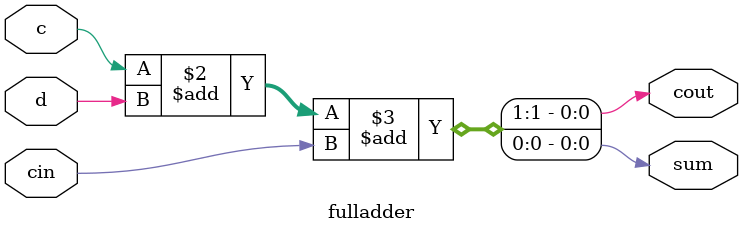
<source format=v>
module top_module( 
    input [99:0] a, b,
    input cin,
    output [99:0] cout,
    output [99:0] sum );
  wire [99:0] cout_temp;
  wire [99:0] sum_temp;
  fulladder fa(a[0],b[0],cin,cout_temp[0],sum_temp[0]);
  genvar i;
  generate 
    for (i = 1;i < 100;i=i + 1) begin : adder_gen
        fulladder fa(a[i],b[i],cout_temp[i-1],cout_temp[i],sum_temp[i]);
        // assign sum = 100'd1;
    end
  endgenerate
  assign cout = cout_temp;
  assign sum = sum_temp;
endmodule

module fulladder( 
    input c, d, cin,
    output reg cout, sum );
    always @(*) begin
      {cout ,sum} = c + d + cin;
    end
endmodule

</source>
